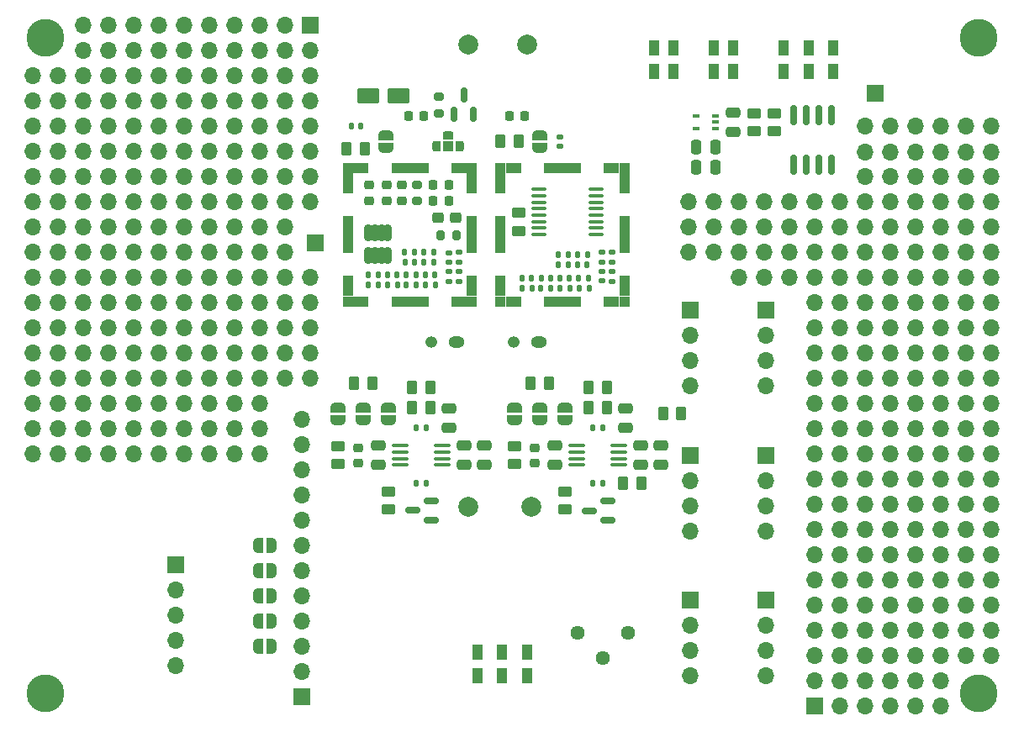
<source format=gbr>
%TF.GenerationSoftware,KiCad,Pcbnew,6.0.2+dfsg-1*%
%TF.CreationDate,2023-07-10T21:48:36-06:00*%
%TF.ProjectId,TestComponents,54657374-436f-46d7-906f-6e656e74732e,rev?*%
%TF.SameCoordinates,PXbf5d420PY621abf0*%
%TF.FileFunction,Soldermask,Top*%
%TF.FilePolarity,Negative*%
%FSLAX46Y46*%
G04 Gerber Fmt 4.6, Leading zero omitted, Abs format (unit mm)*
G04 Created by KiCad (PCBNEW 6.0.2+dfsg-1) date 2023-07-10 21:48:36*
%MOMM*%
%LPD*%
G01*
G04 APERTURE LIST*
G04 Aperture macros list*
%AMRoundRect*
0 Rectangle with rounded corners*
0 $1 Rounding radius*
0 $2 $3 $4 $5 $6 $7 $8 $9 X,Y pos of 4 corners*
0 Add a 4 corners polygon primitive as box body*
4,1,4,$2,$3,$4,$5,$6,$7,$8,$9,$2,$3,0*
0 Add four circle primitives for the rounded corners*
1,1,$1+$1,$2,$3*
1,1,$1+$1,$4,$5*
1,1,$1+$1,$6,$7*
1,1,$1+$1,$8,$9*
0 Add four rect primitives between the rounded corners*
20,1,$1+$1,$2,$3,$4,$5,0*
20,1,$1+$1,$4,$5,$6,$7,0*
20,1,$1+$1,$6,$7,$8,$9,0*
20,1,$1+$1,$8,$9,$2,$3,0*%
%AMFreePoly0*
4,1,22,0.500000,-0.750000,0.000000,-0.750000,0.000000,-0.745033,-0.079941,-0.743568,-0.215256,-0.701293,-0.333266,-0.622738,-0.424486,-0.514219,-0.481581,-0.384460,-0.499164,-0.250000,-0.500000,-0.250000,-0.500000,0.250000,-0.499164,0.250000,-0.499963,0.256109,-0.478152,0.396186,-0.417904,0.524511,-0.324060,0.630769,-0.204165,0.706417,-0.067858,0.745374,0.000000,0.744959,0.000000,0.750000,
0.500000,0.750000,0.500000,-0.750000,0.500000,-0.750000,$1*%
%AMFreePoly1*
4,1,20,0.000000,0.744959,0.073905,0.744508,0.209726,0.703889,0.328688,0.626782,0.421226,0.519385,0.479903,0.390333,0.500000,0.250000,0.500000,-0.250000,0.499851,-0.262216,0.476331,-0.402017,0.414519,-0.529596,0.319384,-0.634700,0.198574,-0.708877,0.061801,-0.746166,0.000000,-0.745033,0.000000,-0.750000,-0.500000,-0.750000,-0.500000,0.750000,0.000000,0.750000,0.000000,0.744959,
0.000000,0.744959,$1*%
%AMFreePoly2*
4,1,13,0.412500,-0.525000,-0.137500,-0.525000,-0.242738,-0.504067,-0.331954,-0.444454,-0.391567,-0.355238,-0.412500,-0.250000,-0.412500,0.250000,-0.391567,0.355238,-0.331954,0.444454,-0.242738,0.504067,-0.137500,0.525000,0.412500,0.525000,0.412500,-0.525000,0.412500,-0.525000,$1*%
%AMFreePoly3*
4,1,13,0.242738,0.504067,0.331954,0.444454,0.391567,0.355238,0.412500,0.250000,0.412500,-0.250000,0.391567,-0.355238,0.331954,-0.444454,0.242738,-0.504067,0.137500,-0.525000,-0.412500,-0.525000,-0.412500,0.525000,0.137500,0.525000,0.242738,0.504067,0.242738,0.504067,$1*%
G04 Aperture macros list end*
%ADD10RoundRect,0.140000X0.140000X0.170000X-0.140000X0.170000X-0.140000X-0.170000X0.140000X-0.170000X0*%
%ADD11RoundRect,0.135000X0.135000X0.185000X-0.135000X0.185000X-0.135000X-0.185000X0.135000X-0.185000X0*%
%ADD12RoundRect,0.135000X-0.135000X-0.185000X0.135000X-0.185000X0.135000X0.185000X-0.135000X0.185000X0*%
%ADD13C,2.600000*%
%ADD14C,3.800000*%
%ADD15R,1.700000X1.700000*%
%ADD16O,1.700000X1.700000*%
%ADD17RoundRect,0.225000X0.225000X0.250000X-0.225000X0.250000X-0.225000X-0.250000X0.225000X-0.250000X0*%
%ADD18C,2.000000*%
%ADD19RoundRect,0.225000X0.250000X-0.225000X0.250000X0.225000X-0.250000X0.225000X-0.250000X-0.225000X0*%
%ADD20FreePoly0,180.000000*%
%ADD21FreePoly1,180.000000*%
%ADD22RoundRect,0.150000X0.587500X0.150000X-0.587500X0.150000X-0.587500X-0.150000X0.587500X-0.150000X0*%
%ADD23FreePoly2,0.000000*%
%ADD24R,1.050000X1.050000*%
%ADD25FreePoly3,0.000000*%
%ADD26FreePoly3,90.000000*%
%ADD27RoundRect,0.140000X-0.140000X-0.170000X0.140000X-0.170000X0.140000X0.170000X-0.140000X0.170000X0*%
%ADD28FreePoly0,270.000000*%
%ADD29FreePoly1,270.000000*%
%ADD30RoundRect,0.250000X0.262500X0.450000X-0.262500X0.450000X-0.262500X-0.450000X0.262500X-0.450000X0*%
%ADD31RoundRect,0.250000X0.475000X-0.250000X0.475000X0.250000X-0.475000X0.250000X-0.475000X-0.250000X0*%
%ADD32FreePoly0,90.000000*%
%ADD33FreePoly1,90.000000*%
%ADD34RoundRect,0.250000X-0.475000X0.250000X-0.475000X-0.250000X0.475000X-0.250000X0.475000X0.250000X0*%
%ADD35RoundRect,0.140000X0.170000X-0.140000X0.170000X0.140000X-0.170000X0.140000X-0.170000X-0.140000X0*%
%ADD36RoundRect,0.250000X0.450000X-0.262500X0.450000X0.262500X-0.450000X0.262500X-0.450000X-0.262500X0*%
%ADD37RoundRect,0.150000X0.150000X-0.825000X0.150000X0.825000X-0.150000X0.825000X-0.150000X-0.825000X0*%
%ADD38RoundRect,0.250000X-0.262500X-0.450000X0.262500X-0.450000X0.262500X0.450000X-0.262500X0.450000X0*%
%ADD39RoundRect,0.135000X-0.185000X0.135000X-0.185000X-0.135000X0.185000X-0.135000X0.185000X0.135000X0*%
%ADD40RoundRect,0.250000X-0.450000X0.262500X-0.450000X-0.262500X0.450000X-0.262500X0.450000X0.262500X0*%
%ADD41RoundRect,0.200000X0.200000X0.275000X-0.200000X0.275000X-0.200000X-0.275000X0.200000X-0.275000X0*%
%ADD42C,1.440000*%
%ADD43RoundRect,0.150000X0.150000X-0.587500X0.150000X0.587500X-0.150000X0.587500X-0.150000X-0.587500X0*%
%ADD44RoundRect,0.275000X0.125000X-0.537500X0.125000X0.537500X-0.125000X0.537500X-0.125000X-0.537500X0*%
%ADD45RoundRect,0.200000X0.275000X-0.200000X0.275000X0.200000X-0.275000X0.200000X-0.275000X-0.200000X0*%
%ADD46RoundRect,0.250000X0.312500X0.275000X-0.312500X0.275000X-0.312500X-0.275000X0.312500X-0.275000X0*%
%ADD47RoundRect,0.200000X-0.275000X0.200000X-0.275000X-0.200000X0.275000X-0.200000X0.275000X0.200000X0*%
%ADD48RoundRect,0.250000X-0.250000X-0.475000X0.250000X-0.475000X0.250000X0.475000X-0.250000X0.475000X0*%
%ADD49RoundRect,0.250000X0.250000X0.475000X-0.250000X0.475000X-0.250000X-0.475000X0.250000X-0.475000X0*%
%ADD50R,1.000000X3.800000*%
%ADD51R,1.650000X1.000000*%
%ADD52R,3.800000X1.000000*%
%ADD53R,1.000000X1.000000*%
%ADD54R,1.000000X2.130000*%
%ADD55R,1.000000X1.600000*%
%ADD56R,0.650000X0.400000*%
%ADD57RoundRect,0.100000X0.637500X0.100000X-0.637500X0.100000X-0.637500X-0.100000X0.637500X-0.100000X0*%
%ADD58RoundRect,0.100000X-0.712500X-0.100000X0.712500X-0.100000X0.712500X0.100000X-0.712500X0.100000X0*%
%ADD59RoundRect,0.250000X0.850000X0.550000X-0.850000X0.550000X-0.850000X-0.550000X0.850000X-0.550000X0*%
%ADD60O,1.600000X1.200000*%
%ADD61O,1.200000X1.200000*%
G04 APERTURE END LIST*
D10*
%TO.C,C31*%
X-41211600Y8839100D03*
X-42171600Y8839100D03*
%TD*%
D11*
%TO.C,R26*%
X-44989600Y7813500D03*
X-46009600Y7813500D03*
%TD*%
D12*
%TO.C,R18*%
X-55709700Y8128000D03*
X-54689700Y8128000D03*
%TD*%
D13*
%TO.C,H4*%
X-93980000Y-33020000D03*
D14*
X-93980000Y-33020000D03*
%TD*%
D15*
%TO.C,JUT1*%
X-21462000Y-9015949D03*
D16*
X-21462000Y-11555949D03*
X-21462000Y-14095949D03*
X-21462000Y-16635949D03*
%TD*%
D17*
%TO.C,C26*%
X-53365300Y16652600D03*
X-54915300Y16652600D03*
%TD*%
D15*
%TO.C,JVIN1*%
X-10413000Y27432000D03*
%TD*%
D18*
%TO.C,TPGND-1*%
X-51435000Y32385000D03*
%TD*%
D19*
%TO.C,CS1*%
X-44704000Y-9792000D03*
X-44704000Y-8242000D03*
%TD*%
D20*
%TO.C,JSCK5*%
X-71232000Y-25716500D03*
D21*
X-72532000Y-25716500D03*
%TD*%
D22*
%TO.C,U8*%
X-37357200Y-15551000D03*
X-37357200Y-13651000D03*
X-39232200Y-14601000D03*
%TD*%
D11*
%TO.C,R16*%
X-60460900Y8128000D03*
X-61480900Y8128000D03*
%TD*%
D23*
%TO.C,JP16*%
X-54591600Y22073800D03*
D24*
X-53429100Y22073800D03*
D25*
X-52266600Y22073800D03*
D26*
X-53429100Y23236300D03*
%TD*%
D27*
%TO.C,C29*%
X-44061600Y8829500D03*
X-43101600Y8829500D03*
%TD*%
D15*
%TO.C,JAPC1*%
X-29082446Y-9015949D03*
D16*
X-29082446Y-11555949D03*
X-29082446Y-14095949D03*
X-29082446Y-16635949D03*
%TD*%
D10*
%TO.C,C24*%
X-54892000Y10414000D03*
X-55852000Y10414000D03*
%TD*%
D28*
%TO.C,JP11*%
X-59660800Y23256000D03*
D29*
X-59660800Y21956000D03*
%TD*%
D30*
%TO.C,RS6*%
X-37441500Y-4191000D03*
X-39266500Y-4191000D03*
%TD*%
D31*
%TO.C,CS10*%
X-49784000Y-9967000D03*
X-49784000Y-8067000D03*
%TD*%
D28*
%TO.C,JPD1*%
X-46736000Y-4176000D03*
D29*
X-46736000Y-5476000D03*
%TD*%
D27*
%TO.C,C15*%
X-63190300Y24145600D03*
X-62230300Y24145600D03*
%TD*%
D19*
%TO.C,C13*%
X-61353900Y16649800D03*
X-61353900Y18199800D03*
%TD*%
D32*
%TO.C,JPD6*%
X-59436000Y-5476000D03*
D33*
X-59436000Y-4176000D03*
%TD*%
D17*
%TO.C,C3*%
X-45707000Y25146000D03*
X-47257000Y25146000D03*
%TD*%
D12*
%TO.C,R29*%
X-42156400Y7823100D03*
X-41136400Y7823100D03*
%TD*%
D13*
%TO.C,H3*%
X-93980000Y33020000D03*
D14*
X-93980000Y33020000D03*
%TD*%
D34*
%TO.C,R_{PD.bias}2*%
X-53338700Y-4323000D03*
X-53338700Y-6223000D03*
%TD*%
D15*
%TO.C,JADC1*%
X-29082446Y5589051D03*
D16*
X-29082446Y3049051D03*
X-29082446Y509051D03*
X-29082446Y-2030949D03*
%TD*%
D27*
%TO.C,CS7*%
X-56614000Y-6223000D03*
X-55654000Y-6223000D03*
%TD*%
D28*
%TO.C,JPD5*%
X-61976000Y-4176000D03*
D29*
X-61976000Y-5476000D03*
%TD*%
D10*
%TO.C,C34*%
X-39420600Y10157700D03*
X-40380600Y10157700D03*
%TD*%
D35*
%TO.C,C38*%
X-42164000Y22126000D03*
X-42164000Y23086000D03*
%TD*%
D36*
%TO.C,R6*%
X-46278800Y13565500D03*
X-46278800Y15390500D03*
%TD*%
D27*
%TO.C,CS3*%
X-38834000Y-11811000D03*
X-37874000Y-11811000D03*
%TD*%
D37*
%TO.C,U3*%
X-18669000Y20284980D03*
X-17399000Y20284980D03*
X-16129000Y20284980D03*
X-14859000Y20284980D03*
X-14859000Y25234980D03*
X-16129000Y25234980D03*
X-17399000Y25234980D03*
X-18669000Y25234980D03*
%TD*%
D38*
%TO.C,R_{PD}2*%
X-57045200Y-2159000D03*
X-55220200Y-2159000D03*
%TD*%
D32*
%TO.C,JPD3*%
X-41654700Y-5476000D03*
D33*
X-41654700Y-4176000D03*
%TD*%
D12*
%TO.C,R23*%
X-57799900Y11430000D03*
X-56779900Y11430000D03*
%TD*%
D39*
%TO.C,R30*%
X-36880600Y9527000D03*
X-36880600Y8507000D03*
%TD*%
D27*
%TO.C,C28*%
X-45979600Y8829500D03*
X-45019600Y8829500D03*
%TD*%
%TO.C,CS2*%
X-38834000Y-6223000D03*
X-37874000Y-6223000D03*
%TD*%
D40*
%TO.C,R2*%
X-20574000Y25447000D03*
X-20574000Y23622000D03*
%TD*%
D34*
%TO.C,CS4*%
X-34036000Y-8067000D03*
X-34036000Y-9967000D03*
%TD*%
D10*
%TO.C,C35*%
X-41338600Y10157700D03*
X-42298600Y10157700D03*
%TD*%
D15*
%TO.C,J2-2*%
X-21462000Y-23620949D03*
D16*
X-21462000Y-26160949D03*
X-21462000Y-28700949D03*
X-21462000Y-31240949D03*
%TD*%
D12*
%TO.C,R28*%
X-40238400Y7823100D03*
X-39218400Y7823100D03*
%TD*%
D35*
%TO.C,C22*%
X-53367900Y8522525D03*
X-53367900Y9482525D03*
%TD*%
D38*
%TO.C,R_{PD}2.1*%
X-62888500Y-1778000D03*
X-61063500Y-1778000D03*
%TD*%
D39*
%TO.C,R20*%
X-52351900Y9512525D03*
X-52351900Y8492525D03*
%TD*%
D10*
%TO.C,C25*%
X-56809900Y10414000D03*
X-57769900Y10414000D03*
%TD*%
D20*
%TO.C,JMOSI5*%
X-71232000Y-28256500D03*
D21*
X-72532000Y-28256500D03*
%TD*%
D13*
%TO.C,H2*%
X0Y33020000D03*
D14*
X0Y33020000D03*
%TD*%
D31*
%TO.C,CS5*%
X-32004000Y-9967000D03*
X-32004000Y-8067000D03*
%TD*%
D20*
%TO.C,JSDA5*%
X-71232000Y-18096500D03*
D21*
X-72532000Y-18096500D03*
%TD*%
D17*
%TO.C,C1*%
X-55867000Y25146000D03*
X-57417000Y25146000D03*
%TD*%
D15*
%TO.C,J2-1*%
X-29082446Y-23620949D03*
D16*
X-29082446Y-26160949D03*
X-29082446Y-28700949D03*
X-29082446Y-31240949D03*
%TD*%
D41*
%TO.C,R14*%
X-52540300Y13156900D03*
X-54190300Y13156900D03*
%TD*%
D31*
%TO.C,CS11*%
X-24701036Y23587980D03*
X-24701036Y25487980D03*
%TD*%
D20*
%TO.C,JMISO5*%
X-71232000Y-23176500D03*
D21*
X-72532000Y-23176500D03*
%TD*%
D12*
%TO.C,R19*%
X-57627700Y8128000D03*
X-56607700Y8128000D03*
%TD*%
D42*
%TO.C,RV1*%
X-40386000Y-26924000D03*
X-37846000Y-29464000D03*
X-35306000Y-26924000D03*
%TD*%
D15*
%TO.C,B1*%
X-16510000Y-34290000D03*
D16*
X-13970000Y-34290000D03*
X-11430000Y-34290000D03*
X-8890000Y-34290000D03*
X-6350000Y-34290000D03*
X-3810000Y-34290000D03*
X-16510000Y-31750000D03*
X-13970000Y-31750000D03*
X-11430000Y-31750000D03*
X-8890000Y-31750000D03*
X-6350000Y-31750000D03*
X-3810000Y-31750000D03*
X-16510000Y-29210000D03*
X-13970000Y-29210000D03*
X-11430000Y-29210000D03*
X-8890000Y-29210000D03*
X-6350000Y-29210000D03*
X-3810000Y-29210000D03*
X-1270000Y-29210000D03*
X1270000Y-29210000D03*
X-16510000Y-26670000D03*
X-13970000Y-26670000D03*
X-11430000Y-26670000D03*
X-8890000Y-26670000D03*
X-6350000Y-26670000D03*
X-3810000Y-26670000D03*
X-1270000Y-26670000D03*
X1270000Y-26670000D03*
X-16510000Y-24130000D03*
X-13970000Y-24130000D03*
X-11430000Y-24130000D03*
X-8890000Y-24130000D03*
X-6350000Y-24130000D03*
X-3810000Y-24130000D03*
X-1270000Y-24130000D03*
X1270000Y-24130000D03*
X-16510000Y-21590000D03*
X-13970000Y-21590000D03*
X-11430000Y-21590000D03*
X-8890000Y-21590000D03*
X-6350000Y-21590000D03*
X-3810000Y-21590000D03*
X-1270000Y-21590000D03*
X1270000Y-21590000D03*
X-16510000Y-19050000D03*
X-13970000Y-19050000D03*
X-11430000Y-19050000D03*
X-8890000Y-19050000D03*
X-6350000Y-19050000D03*
X-3810000Y-19050000D03*
X-1270000Y-19050000D03*
X1270000Y-19050000D03*
X-16510000Y-16510000D03*
X-13970000Y-16510000D03*
X-11430000Y-16510000D03*
X-8890000Y-16510000D03*
X-6350000Y-16510000D03*
X-3810000Y-16510000D03*
X-1270000Y-16510000D03*
X1270000Y-16510000D03*
X-16510000Y-13970000D03*
X-13970000Y-13970000D03*
X-11430000Y-13970000D03*
X-8890000Y-13970000D03*
X-6350000Y-13970000D03*
X-3810000Y-13970000D03*
X-1270000Y-13970000D03*
X1270000Y-13970000D03*
X-16510000Y-11430000D03*
X-13970000Y-11430000D03*
X-11430000Y-11430000D03*
X-8890000Y-11430000D03*
X-6350000Y-11430000D03*
X-3810000Y-11430000D03*
X-1270000Y-11430000D03*
X1270000Y-11430000D03*
X-16510000Y-8890000D03*
X-13970000Y-8890000D03*
X-11430000Y-8890000D03*
X-8890000Y-8890000D03*
X-6350000Y-8890000D03*
X-3810000Y-8890000D03*
X-1270000Y-8890000D03*
X1270000Y-8890000D03*
X-16510000Y-6350000D03*
X-13970000Y-6350000D03*
X-11430000Y-6350000D03*
X-8890000Y-6350000D03*
X-6350000Y-6350000D03*
X-3810000Y-6350000D03*
X-1270000Y-6350000D03*
X1270000Y-6350000D03*
X-16510000Y-3810000D03*
X-13970000Y-3810000D03*
X-11430000Y-3810000D03*
X-8890000Y-3810000D03*
X-6350000Y-3810000D03*
X-3810000Y-3810000D03*
X-1270000Y-3810000D03*
X1270000Y-3810000D03*
X-16510000Y-1270000D03*
X-13970000Y-1270000D03*
X-11430000Y-1270000D03*
X-8890000Y-1270000D03*
X-6350000Y-1270000D03*
X-3810000Y-1270000D03*
X-1270000Y-1270000D03*
X1270000Y-1270000D03*
X-16510000Y1270000D03*
X-13970000Y1270000D03*
X-11430000Y1270000D03*
X-8890000Y1270000D03*
X-6350000Y1270000D03*
X-3810000Y1270000D03*
X-1270000Y1270000D03*
X1270000Y1270000D03*
X-16510000Y3810000D03*
X-13970000Y3810000D03*
X-11430000Y3810000D03*
X-8890000Y3810000D03*
X-6350000Y3810000D03*
X-3810000Y3810000D03*
X-1270000Y3810000D03*
X1270000Y3810000D03*
X-16510000Y6350000D03*
X-13970000Y6350000D03*
X-11430000Y6350000D03*
X-8890000Y6350000D03*
X-6350000Y6350000D03*
X-3810000Y6350000D03*
X-1270000Y6350000D03*
X1270000Y6350000D03*
X-24130000Y8890000D03*
X-21590000Y8890000D03*
X-19050000Y8890000D03*
X-16510000Y8890000D03*
X-13970000Y8890000D03*
X-11430000Y8890000D03*
X-8890000Y8890000D03*
X-6350000Y8890000D03*
X-3810000Y8890000D03*
X-1270000Y8890000D03*
X1270000Y8890000D03*
X-29210000Y11430000D03*
X-26670000Y11430000D03*
X-24130000Y11430000D03*
X-21590000Y11430000D03*
X-19050000Y11430000D03*
X-16510000Y11430000D03*
X-13970000Y11430000D03*
X-11430000Y11430000D03*
X-8890000Y11430000D03*
X-6350000Y11430000D03*
X-3810000Y11430000D03*
X-1270000Y11430000D03*
X1270000Y11430000D03*
X-29210000Y13970000D03*
X-26670000Y13970000D03*
X-24130000Y13970000D03*
X-21590000Y13970000D03*
X-19050000Y13970000D03*
X-16510000Y13970000D03*
X-13970000Y13970000D03*
X-11430000Y13970000D03*
X-8890000Y13970000D03*
X-6350000Y13970000D03*
X-3810000Y13970000D03*
X-1270000Y13970000D03*
X1270000Y13970000D03*
X-29210000Y16510000D03*
X-26670000Y16510000D03*
X-24130000Y16510000D03*
X-21590000Y16510000D03*
X-19050000Y16510000D03*
X-16510000Y16510000D03*
X-13970000Y16510000D03*
X-11430000Y16510000D03*
X-8890000Y16510000D03*
X-6350000Y16510000D03*
X-3810000Y16510000D03*
X-1270000Y16510000D03*
X1270000Y16510000D03*
X-11430000Y19050000D03*
X-8890000Y19050000D03*
X-6350000Y19050000D03*
X-3810000Y19050000D03*
X-1270000Y19050000D03*
X1270000Y19050000D03*
X-11463338Y21555716D03*
X-8923338Y21555716D03*
X-6383338Y21555716D03*
X-3843338Y21555716D03*
X-1303338Y21555716D03*
X1236662Y21555716D03*
X-11430000Y24130000D03*
X-8890000Y24130000D03*
X-6350000Y24130000D03*
X-3810000Y24130000D03*
X-1270000Y24130000D03*
X1270000Y24130000D03*
%TD*%
D34*
%TO.C,CS9*%
X-51816000Y-8067000D03*
X-51816000Y-9967000D03*
%TD*%
D43*
%TO.C,U13*%
X-52804300Y25367100D03*
X-50904300Y25367100D03*
X-51854300Y27242100D03*
%TD*%
D35*
%TO.C,C23*%
X-53367900Y10440525D03*
X-53367900Y11400525D03*
%TD*%
D44*
%TO.C,U1*%
X-61439900Y11146300D03*
X-60789900Y11146300D03*
X-60139900Y11146300D03*
X-59489900Y11146300D03*
X-59489900Y13421300D03*
X-60139900Y13421300D03*
X-60789900Y13421300D03*
X-61439900Y13421300D03*
%TD*%
D18*
%TO.C,TPV5*%
X-45466000Y32385000D03*
%TD*%
D45*
%TO.C,R10*%
X-54368900Y25428800D03*
X-54368900Y27078800D03*
%TD*%
D38*
%TO.C,R34*%
X-48156500Y22606000D03*
X-46331500Y22606000D03*
%TD*%
D46*
%TO.C,C16*%
X-52643200Y14884100D03*
X-54418200Y14884100D03*
%TD*%
D39*
%TO.C,R21*%
X-52351900Y11430525D03*
X-52351900Y10410525D03*
%TD*%
D47*
%TO.C,R15*%
X-56527900Y18249800D03*
X-56527900Y16599800D03*
%TD*%
D48*
%TO.C,CS12*%
X-28445036Y21997980D03*
X-26545036Y21997980D03*
%TD*%
D38*
%TO.C,R_{PD}1.1*%
X-45108500Y-1778000D03*
X-43283500Y-1778000D03*
%TD*%
D15*
%TO.C,JGPS1*%
X-80899000Y-20010000D03*
D16*
X-80899000Y-22550000D03*
X-80899000Y-25090000D03*
X-80899000Y-27630000D03*
X-80899000Y-30170000D03*
%TD*%
D12*
%TO.C,R33*%
X-42328600Y11173700D03*
X-41308600Y11173700D03*
%TD*%
D17*
%TO.C,C27*%
X-53365300Y18186100D03*
X-54915300Y18186100D03*
%TD*%
D49*
%TO.C,CS13*%
X-26545036Y19965980D03*
X-28445036Y19965980D03*
%TD*%
D50*
%TO.C,J5*%
X-63527000Y13208000D03*
D51*
X-62202000Y6478000D03*
D52*
X-57277000Y19938000D03*
D51*
X-52352000Y19938000D03*
D53*
X-51027000Y6478000D03*
X-63527000Y19938000D03*
D50*
X-51027000Y13208000D03*
D53*
X-63527000Y6478000D03*
D54*
X-63527000Y18373000D03*
D51*
X-62202000Y19938000D03*
X-52352000Y6478000D03*
D54*
X-51027000Y8043000D03*
X-63527000Y8043000D03*
D53*
X-51027000Y19938000D03*
D52*
X-57277000Y6478000D03*
D54*
X-51027000Y18373000D03*
%TD*%
D19*
%TO.C,C14*%
X-59575900Y16636800D03*
X-59575900Y18186800D03*
%TD*%
D28*
%TO.C,JPD2*%
X-44194700Y-4176000D03*
D29*
X-44194700Y-5476000D03*
%TD*%
D22*
%TO.C,U9*%
X-55137200Y-15533000D03*
X-55137200Y-13633000D03*
X-57012200Y-14583000D03*
%TD*%
D55*
%TO.C,SW1*%
X-50506000Y-28817500D03*
X-48006000Y-28817500D03*
X-45506000Y-28817500D03*
X-50506000Y-31217500D03*
X-48006000Y-31217500D03*
X-45506000Y-31217500D03*
%TD*%
D38*
%TO.C,R13*%
X-63650500Y21844000D03*
X-61825500Y21844000D03*
%TD*%
D10*
%TO.C,C21*%
X-56682900Y9144000D03*
X-57642900Y9144000D03*
%TD*%
D40*
%TO.C,RS7*%
X-64516000Y-8104500D03*
X-64516000Y-9929500D03*
%TD*%
D56*
%TO.C,U4*%
X-26545036Y23887980D03*
X-26545036Y24537980D03*
X-26545036Y25187980D03*
X-28445036Y25187980D03*
X-28445036Y23887980D03*
%TD*%
D12*
%TO.C,R22*%
X-55882000Y11430000D03*
X-54862000Y11430000D03*
%TD*%
D55*
%TO.C,SW2*%
X-24698000Y29661000D03*
X-26698000Y29661000D03*
X-30698000Y29661000D03*
X-32698000Y29661000D03*
X-24698000Y32061000D03*
X-26698000Y32061000D03*
X-30698000Y32061000D03*
X-32698000Y32061000D03*
%TD*%
D15*
%TO.C,B2*%
X-67310000Y34290000D03*
D16*
X-69850000Y34290000D03*
X-72390000Y34290000D03*
X-74930000Y34290000D03*
X-77470000Y34290000D03*
X-80010000Y34290000D03*
X-82550000Y34290000D03*
X-85090000Y34290000D03*
X-87630000Y34290000D03*
X-90170000Y34290000D03*
X-67310000Y31750000D03*
X-69850000Y31750000D03*
X-72390000Y31750000D03*
X-74930000Y31750000D03*
X-77470000Y31750000D03*
X-80010000Y31750000D03*
X-82550000Y31750000D03*
X-85090000Y31750000D03*
X-87630000Y31750000D03*
X-90170000Y31750000D03*
X-67310000Y29210000D03*
X-69850000Y29210000D03*
X-72390000Y29210000D03*
X-74930000Y29210000D03*
X-77470000Y29210000D03*
X-80010000Y29210000D03*
X-82550000Y29210000D03*
X-85090000Y29210000D03*
X-87630000Y29210000D03*
X-90170000Y29210000D03*
X-92710000Y29210000D03*
X-95250000Y29210000D03*
X-67310000Y26670000D03*
X-69850000Y26670000D03*
X-72390000Y26670000D03*
X-74930000Y26670000D03*
X-77470000Y26670000D03*
X-80010000Y26670000D03*
X-82550000Y26670000D03*
X-85090000Y26670000D03*
X-87630000Y26670000D03*
X-90170000Y26670000D03*
X-92710000Y26670000D03*
X-95250000Y26670000D03*
X-67310000Y24130000D03*
X-69850000Y24130000D03*
X-72390000Y24130000D03*
X-74930000Y24130000D03*
X-77470000Y24130000D03*
X-80010000Y24130000D03*
X-82550000Y24130000D03*
X-85090000Y24130000D03*
X-87630000Y24130000D03*
X-90170000Y24130000D03*
X-92710000Y24130000D03*
X-95250000Y24130000D03*
X-67310000Y21590000D03*
X-69850000Y21590000D03*
X-72390000Y21590000D03*
X-74930000Y21590000D03*
X-77470000Y21590000D03*
X-80010000Y21590000D03*
X-82550000Y21590000D03*
X-85090000Y21590000D03*
X-87630000Y21590000D03*
X-90170000Y21590000D03*
X-92710000Y21590000D03*
X-95250000Y21590000D03*
X-67310000Y19050000D03*
X-69850000Y19050000D03*
X-72390000Y19050000D03*
X-74930000Y19050000D03*
X-77470000Y19050000D03*
X-80010000Y19050000D03*
X-82550000Y19050000D03*
X-85090000Y19050000D03*
X-87630000Y19050000D03*
X-90170000Y19050000D03*
X-92710000Y19050000D03*
X-95250000Y19050000D03*
X-67310000Y16510000D03*
X-69850000Y16510000D03*
X-72390000Y16510000D03*
X-74930000Y16510000D03*
X-77470000Y16510000D03*
X-80010000Y16510000D03*
X-82550000Y16510000D03*
X-85090000Y16510000D03*
X-87630000Y16510000D03*
X-90170000Y16510000D03*
X-92710000Y16510000D03*
X-95250000Y16510000D03*
X-69850000Y13970000D03*
X-72390000Y13970000D03*
X-74930000Y13970000D03*
X-77470000Y13970000D03*
X-80010000Y13970000D03*
X-82550000Y13970000D03*
X-85090000Y13970000D03*
X-87630000Y13970000D03*
X-90170000Y13970000D03*
X-92710000Y13970000D03*
X-95250000Y13970000D03*
X-69850000Y11430000D03*
X-72390000Y11430000D03*
X-74930000Y11430000D03*
X-77470000Y11430000D03*
X-80010000Y11430000D03*
X-82550000Y11430000D03*
X-85090000Y11430000D03*
X-87630000Y11430000D03*
X-90170000Y11430000D03*
X-92710000Y11430000D03*
X-95250000Y11430000D03*
X-67310000Y8890000D03*
X-69850000Y8890000D03*
X-72390000Y8890000D03*
X-74930000Y8890000D03*
X-77470000Y8890000D03*
X-80010000Y8890000D03*
X-82550000Y8890000D03*
X-85090000Y8890000D03*
X-87630000Y8890000D03*
X-90170000Y8890000D03*
X-92710000Y8890000D03*
X-95250000Y8890000D03*
X-67310000Y6350000D03*
X-69850000Y6350000D03*
X-72390000Y6350000D03*
X-74930000Y6350000D03*
X-77470000Y6350000D03*
X-80010000Y6350000D03*
X-82550000Y6350000D03*
X-85090000Y6350000D03*
X-87630000Y6350000D03*
X-90170000Y6350000D03*
X-92710000Y6350000D03*
X-95250000Y6350000D03*
X-67310000Y3810000D03*
X-69850000Y3810000D03*
X-72390000Y3810000D03*
X-74930000Y3810000D03*
X-77470000Y3810000D03*
X-80010000Y3810000D03*
X-82550000Y3810000D03*
X-85090000Y3810000D03*
X-87630000Y3810000D03*
X-92710000Y3810000D03*
X-90170000Y3810000D03*
X-95250000Y3810000D03*
X-67310000Y1270000D03*
X-69850000Y1270000D03*
X-72390000Y1270000D03*
X-74930000Y1270000D03*
X-77470000Y1270000D03*
X-80010000Y1270000D03*
X-82550000Y1270000D03*
X-85090000Y1270000D03*
X-87630000Y1270000D03*
X-90170000Y1270000D03*
X-92710000Y1270000D03*
X-95250000Y1270000D03*
X-67310000Y-1270000D03*
X-69850000Y-1270000D03*
X-72390000Y-1270000D03*
X-74930000Y-1270000D03*
X-77470000Y-1270000D03*
X-80010000Y-1270000D03*
X-82550000Y-1270000D03*
X-85090000Y-1270000D03*
X-87630000Y-1270000D03*
X-90170000Y-1270000D03*
X-92710000Y-1270000D03*
X-95250000Y-1270000D03*
X-72390000Y-3810000D03*
X-74930000Y-3810000D03*
X-77470000Y-3810000D03*
X-80010000Y-3810000D03*
X-82550000Y-3810000D03*
X-85090000Y-3810000D03*
X-87630000Y-3810000D03*
X-90170000Y-3810000D03*
X-92710000Y-3810000D03*
X-95250000Y-3810000D03*
X-72390000Y-6350000D03*
X-74930000Y-6350000D03*
X-77470000Y-6350000D03*
X-80010000Y-6350000D03*
X-82550000Y-6350000D03*
X-85090000Y-6350000D03*
X-87630000Y-6350000D03*
X-90170000Y-6350000D03*
X-92710000Y-6350000D03*
X-95250000Y-6350000D03*
X-72390000Y-8890000D03*
X-74930000Y-8890000D03*
X-77470000Y-8890000D03*
X-80010000Y-8890000D03*
X-82550000Y-8890000D03*
X-85090000Y-8890000D03*
X-87630000Y-8890000D03*
X-90170000Y-8890000D03*
X-92710000Y-8890000D03*
X-95250000Y-8890000D03*
%TD*%
D30*
%TO.C,RS8*%
X-55221500Y-4191000D03*
X-57046500Y-4191000D03*
%TD*%
D38*
%TO.C,R9*%
X-35792600Y-11806900D03*
X-33967600Y-11806900D03*
%TD*%
D13*
%TO.C,H1*%
X0Y-33020000D03*
D14*
X0Y-33020000D03*
%TD*%
D38*
%TO.C,R_{PD}1*%
X-39265200Y-2159000D03*
X-37440200Y-2159000D03*
%TD*%
D57*
%TO.C,U2*%
X-38539500Y13219000D03*
X-38539500Y13869000D03*
X-38539500Y14519000D03*
X-38539500Y15169000D03*
X-38539500Y15819000D03*
X-38539500Y16469000D03*
X-38539500Y17119000D03*
X-38539500Y17769000D03*
X-44264500Y17769000D03*
X-44264500Y17119000D03*
X-44264500Y16469000D03*
X-44264500Y15819000D03*
X-44264500Y15169000D03*
X-44264500Y14519000D03*
X-44264500Y13869000D03*
X-44264500Y13219000D03*
%TD*%
D18*
%TO.C,TPV3*%
X-51435000Y-14224000D03*
%TD*%
D58*
%TO.C,US1*%
X-40466500Y-8042000D03*
X-40466500Y-8692000D03*
X-40466500Y-9342000D03*
X-40466500Y-9992000D03*
X-36241500Y-9992000D03*
X-36241500Y-9342000D03*
X-36241500Y-8692000D03*
X-36241500Y-8042000D03*
%TD*%
D18*
%TO.C,TPV1*%
X-45085000Y-14224000D03*
%TD*%
D53*
%TO.C,J6*%
X-48160000Y19938000D03*
D54*
X-35660000Y18373000D03*
X-35660000Y8043000D03*
X-48160000Y18373000D03*
D52*
X-41910000Y6478000D03*
D53*
X-35660000Y19938000D03*
D50*
X-35660000Y13208000D03*
D53*
X-35660000Y6478000D03*
D50*
X-48160000Y13208000D03*
D53*
X-48160000Y6478000D03*
D52*
X-41910000Y19938000D03*
D54*
X-48160000Y8043000D03*
D51*
X-46835000Y19938000D03*
X-36985000Y6478000D03*
X-46835000Y6478000D03*
X-36985000Y19938000D03*
%TD*%
D20*
%TO.C,JSCL5*%
X-71232000Y-20636500D03*
D21*
X-72532000Y-20636500D03*
%TD*%
D35*
%TO.C,C32*%
X-37896600Y8537000D03*
X-37896600Y9497000D03*
%TD*%
D12*
%TO.C,R32*%
X-40410600Y11173700D03*
X-39390600Y11173700D03*
%TD*%
D11*
%TO.C,R27*%
X-43071600Y7813500D03*
X-44091600Y7813500D03*
%TD*%
D59*
%TO.C,C2*%
X-58444000Y27178000D03*
X-61444000Y27178000D03*
%TD*%
D28*
%TO.C,JPD4*%
X-64516000Y-4176000D03*
D29*
X-64516000Y-5476000D03*
%TD*%
D27*
%TO.C,C19*%
X-59532900Y9144000D03*
X-58572900Y9144000D03*
%TD*%
D19*
%TO.C,CS6*%
X-62484000Y-9792000D03*
X-62484000Y-8242000D03*
%TD*%
%TO.C,C17*%
X-58051900Y16649800D03*
X-58051900Y18199800D03*
%TD*%
D35*
%TO.C,C33*%
X-37896600Y10455000D03*
X-37896600Y11415000D03*
%TD*%
D58*
%TO.C,US2*%
X-58246500Y-8042000D03*
X-58246500Y-8692000D03*
X-58246500Y-9342000D03*
X-58246500Y-9992000D03*
X-54021500Y-9992000D03*
X-54021500Y-9342000D03*
X-54021500Y-8692000D03*
X-54021500Y-8042000D03*
%TD*%
D31*
%TO.C,RS5*%
X-60452000Y-9967000D03*
X-60452000Y-8067000D03*
%TD*%
D34*
%TO.C,R_{PD.bias}1*%
X-35558700Y-4323000D03*
X-35558700Y-6223000D03*
%TD*%
D39*
%TO.C,R31*%
X-36880600Y11445000D03*
X-36880600Y10425000D03*
%TD*%
D10*
%TO.C,C20*%
X-54777900Y9144000D03*
X-55737900Y9144000D03*
%TD*%
D15*
%TO.C,JD1*%
X-21462000Y5589051D03*
D16*
X-21462000Y3049051D03*
X-21462000Y509051D03*
X-21462000Y-2030949D03*
%TD*%
D15*
%TO.C,J3V1*%
X-66799000Y12380000D03*
%TD*%
D36*
%TO.C,R5*%
X-59434700Y-14501500D03*
X-59434700Y-12676500D03*
%TD*%
D11*
%TO.C,R17*%
X-58542900Y8128000D03*
X-59562900Y8128000D03*
%TD*%
D36*
%TO.C,R4*%
X-41654700Y-14501500D03*
X-41654700Y-12676500D03*
%TD*%
D30*
%TO.C,R_{C}1*%
X-29948500Y-4826000D03*
X-31773500Y-4826000D03*
%TD*%
D27*
%TO.C,CS8*%
X-56614000Y-11811000D03*
X-55654000Y-11811000D03*
%TD*%
D10*
%TO.C,C30*%
X-39306600Y8839100D03*
X-40266600Y8839100D03*
%TD*%
D55*
%TO.C,SW3*%
X-14645000Y29661000D03*
X-17145000Y29661000D03*
X-19645000Y29661000D03*
X-14645000Y32061000D03*
X-17145000Y32061000D03*
X-19645000Y32061000D03*
%TD*%
D40*
%TO.C,RS3*%
X-46736000Y-8104500D03*
X-46736000Y-9929500D03*
%TD*%
D28*
%TO.C,JP12*%
X-44189500Y23256000D03*
D29*
X-44189500Y21956000D03*
%TD*%
D40*
%TO.C,R1*%
X-22606000Y25447000D03*
X-22606000Y23622000D03*
%TD*%
D15*
%TO.C,JAUX1*%
X-68198000Y-33336500D03*
D16*
X-68198000Y-30796500D03*
X-68198000Y-28256500D03*
X-68198000Y-25716500D03*
X-68198000Y-23176500D03*
X-68198000Y-20636500D03*
X-68198000Y-18096500D03*
X-68198000Y-15556500D03*
X-68198000Y-13016500D03*
X-68198000Y-10476500D03*
X-68198000Y-7936500D03*
X-68198000Y-5396500D03*
%TD*%
D27*
%TO.C,C18*%
X-61440000Y9144000D03*
X-60480000Y9144000D03*
%TD*%
D31*
%TO.C,RS2*%
X-42672000Y-9967000D03*
X-42672000Y-8067000D03*
%TD*%
D60*
%TO.C,PD1*%
X-44323000Y2413000D03*
D61*
X-46863000Y2413000D03*
%TD*%
D60*
%TO.C,PD2*%
X-52578000Y2413000D03*
D61*
X-55118000Y2413000D03*
%TD*%
M02*

</source>
